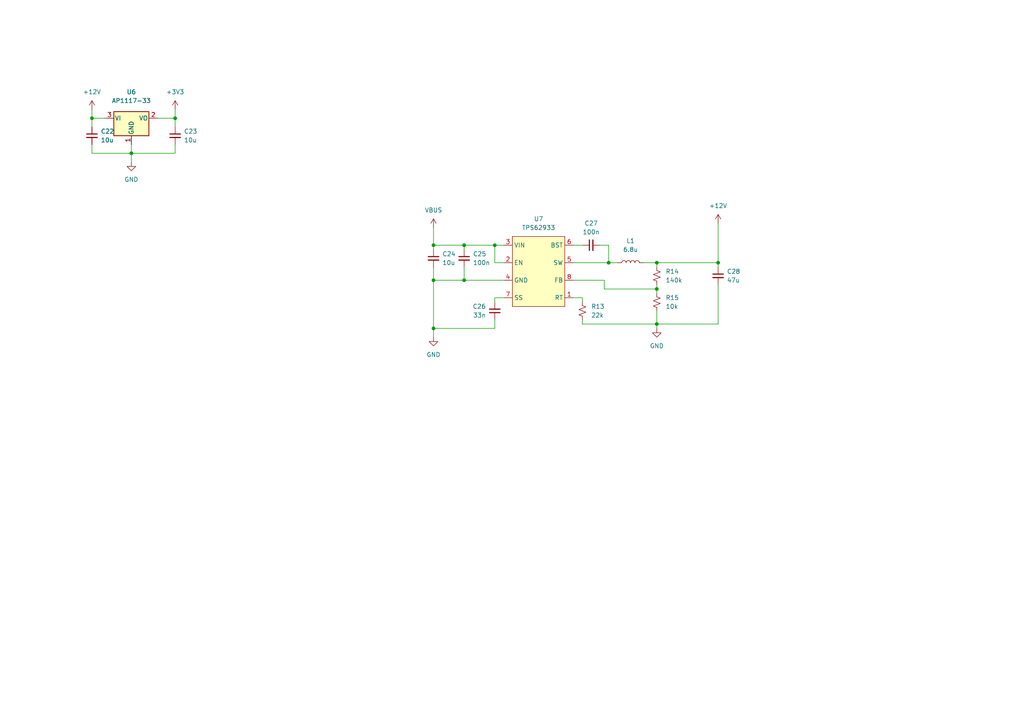
<source format=kicad_sch>
(kicad_sch (version 20211123) (generator eeschema)
  (paper "A4")
  (lib_symbols
    (symbol "Device:C_Small" (pin_numbers hide) (pin_names (offset 0.254) hide)
      (property "Reference" "C" (at 0.254 1.778 0))
      (property "Value" "C_Small" (at 0.254 -2.032 0))
      (symbol "C_Small_0_1"
        (polyline (pts (xy -1.524 -0.508) (xy 1.524 -0.508)) (stroke (width 0.3302)))
        (polyline (pts (xy -1.524 0.508) (xy 1.524 0.508)) (stroke (width 0.3048)))
      )
      (symbol "C_Small_1_1"
        (pin passive line (at 0 2.54 270) (length 2.032) (name "~") (number "1"))
        (pin passive line (at 0 -2.54 90) (length 2.032) (name "~") (number "2"))
      )
    )
    (symbol "Device:L" (pin_numbers hide) (pin_names (offset 1.016) hide)
      (property "Reference" "L" (at -1.27 0 90))
      (property "Value" "L" (at 1.905 0 90))
      (symbol "L_0_1"
        (arc (start 0 -2.54) (mid 0.635 -1.905) (end 0 -1.27))
        (arc (start 0 -1.27) (mid 0.635 -0.635) (end 0 0))
        (arc (start 0 0) (mid 0.635 0.635) (end 0 1.27))
        (arc (start 0 1.27) (mid 0.635 1.905) (end 0 2.54))
      )
      (symbol "L_1_1"
        (pin passive line (at 0 3.81 270) (length 1.27) (name "1") (number "1"))
        (pin passive line (at 0 -3.81 90) (length 1.27) (name "2") (number "2"))
      )
    )
    (symbol "Device:R_Small_US" (pin_numbers hide) (pin_names (offset 0.254) hide)
      (property "Reference" "R" (at 0.762 0.508 0))
      (property "Value" "R_Small_US" (at 0.762 -1.016 0))
      (symbol "R_Small_US_1_1"
        (polyline (pts (xy 0 0) (xy 1.016 -0.381) (xy 0 -0.762) (xy -1.016 -1.143) (xy 0 -1.524)))
        (polyline (pts (xy 0 1.524) (xy 1.016 1.143) (xy 0 0.762) (xy -1.016 0.381) (xy 0 0)))
        (pin passive line (at 0 2.54 270) (length 1.016) (name "~") (number "1"))
        (pin passive line (at 0 -2.54 90) (length 1.016) (name "~") (number "2"))
      )
    )
    (symbol "Regulator_Linear:AP1117-33" (pin_names (offset 0.254))
      (property "Reference" "U" (at -3.81 3.175 0))
      (property "Value" "AP1117-33" (at 0 3.175 0))
      (symbol "AP1117-33_0_1"
        (rectangle (start -5.08 -5.08) (end 5.08 1.905) (stroke (width 0.254)) (fill (type background)))
      )
      (symbol "AP1117-33_1_1"
        (pin power_in line (at 0 -7.62 90) (length 2.54) (name "GND") (number "1"))
        (pin power_out line (at 7.62 0 180) (length 2.54) (name "VO") (number "2"))
        (pin power_in line (at -7.62 0 0) (length 2.54) (name "VI") (number "3"))
      )
    )
    (symbol "a22verter:TPS62933"
      (property "Reference" "U" (at 0 0 0))
      (property "Value" "TPS62933" (at 0 0 0))
      (symbol "TPS62933_0_1"
        (rectangle (start -7.62 10.16) (end 7.62 -10.16) (fill (type background)))
      )
      (symbol "TPS62933_1_1"
        (pin input line (at 10.16 -7.62 180) (length 2.54) (name "RT") (number "1"))
        (pin input line (at -10.16 2.54 0) (length 2.54) (name "EN") (number "2"))
        (pin power_in line (at -10.16 7.62 0) (length 2.54) (name "VIN") (number "3"))
        (pin power_in line (at -10.16 -2.54 0) (length 2.54) (name "GND") (number "4"))
        (pin output line (at 10.16 2.54 180) (length 2.54) (name "SW") (number "5"))
        (pin output line (at 10.16 7.62 180) (length 2.54) (name "BST") (number "6"))
        (pin input line (at -10.16 -7.62 0) (length 2.54) (name "SS") (number "7"))
        (pin input line (at 10.16 -2.54 180) (length 2.54) (name "FB") (number "8"))
      )
    )
    (symbol "power:+12V" (power) (pin_names (offset 0))
      (property "Value" "+12V" (at 0 3.556 0))
      (symbol "+12V_0_1"
        (polyline (pts (xy -0.762 1.27) (xy 0 2.54)))
        (polyline (pts (xy 0 0) (xy 0 2.54)))
        (polyline (pts (xy 0 2.54) (xy 0.762 1.27)))
      )
      (symbol "+12V_1_1"
        (pin power_in line (at 0 0 90) (length 0) hide (name "+12V") (number "1"))
      )
    )
    (symbol "power:+3V3" (power) (pin_names (offset 0))
      (property "Value" "+3V3" (at 0 3.556 0))
      (symbol "+3V3_0_1"
        (polyline (pts (xy -0.762 1.27) (xy 0 2.54)))
        (polyline (pts (xy 0 0) (xy 0 2.54)))
        (polyline (pts (xy 0 2.54) (xy 0.762 1.27)))
      )
      (symbol "+3V3_1_1"
        (pin power_in line (at 0 0 90) (length 0) hide (name "+3V3") (number "1"))
      )
    )
    (symbol "power:GND" (power) (pin_names (offset 0))
      (property "Value" "GND" (at 0 -3.81 0))
      (symbol "GND_0_1"
        (polyline (pts (xy 0 0) (xy 0 -1.27) (xy 1.27 -1.27) (xy 0 -2.54) (xy -1.27 -1.27) (xy 0 -1.27)))
      )
      (symbol "GND_1_1"
        (pin power_in line (at 0 0 270) (length 0) hide (name "GND") (number "1"))
      )
    )
    (symbol "power:VBUS" (power) (pin_names (offset 0))
      (property "Value" "VBUS" (at 0 3.81 0))
      (symbol "VBUS_0_1"
        (polyline (pts (xy -0.762 1.27) (xy 0 2.54)))
        (polyline (pts (xy 0 0) (xy 0 2.54)))
        (polyline (pts (xy 0 2.54) (xy 0.762 1.27)))
      )
      (symbol "VBUS_1_1"
        (pin power_in line (at 0 0 90) (length 0) hide (name "VBUS") (number "1"))
      )
    )
  )
  (junction (at 134.62 71.12))
  (junction (at 190.5 76.2))
  (junction (at 26.67 34.29))
  (junction (at 176.53 76.2))
  (junction (at 190.5 93.98))
  (junction (at 143.51 71.12))
  (junction (at 50.8 34.29))
  (junction (at 125.73 81.28))
  (junction (at 38.1 44.45))
  (junction (at 125.73 95.25))
  (junction (at 190.5 83.82))
  (junction (at 208.28 76.2))
  (junction (at 134.62 81.28))
  (junction (at 125.73 71.12))
  (wire (pts (xy 26.67 44.45) (xy 38.1 44.45)))
  (wire (pts (xy 125.73 66.04) (xy 125.73 71.12)))
  (wire (pts (xy 26.67 41.91) (xy 26.67 44.45)))
  (wire (pts (xy 125.73 95.25) (xy 125.73 97.79)))
  (wire (pts (xy 50.8 44.45) (xy 50.8 41.91)))
  (wire (pts (xy 143.51 86.36) (xy 143.51 87.63)))
  (wire (pts (xy 134.62 77.47) (xy 134.62 81.28)))
  (wire (pts (xy 50.8 34.29) (xy 50.8 36.83)))
  (wire (pts (xy 208.28 82.55) (xy 208.28 93.98)))
  (wire (pts (xy 38.1 44.45) (xy 50.8 44.45)))
  (wire (pts (xy 208.28 93.98) (xy 190.5 93.98)))
  (wire (pts (xy 190.5 90.17) (xy 190.5 93.98)))
  (wire (pts (xy 175.26 83.82) (xy 190.5 83.82)))
  (wire (pts (xy 166.37 86.36) (xy 168.91 86.36)))
  (wire (pts (xy 134.62 71.12) (xy 134.62 72.39)))
  (wire (pts (xy 190.5 93.98) (xy 190.5 95.25)))
  (wire (pts (xy 125.73 71.12) (xy 134.62 71.12)))
  (wire (pts (xy 190.5 82.55) (xy 190.5 83.82)))
  (wire (pts (xy 146.05 86.36) (xy 143.51 86.36)))
  (wire (pts (xy 125.73 71.12) (xy 125.73 72.39)))
  (wire (pts (xy 134.62 71.12) (xy 143.51 71.12)))
  (wire (pts (xy 134.62 81.28) (xy 125.73 81.28)))
  (wire (pts (xy 38.1 44.45) (xy 38.1 46.99)))
  (wire (pts (xy 143.51 95.25) (xy 143.51 92.71)))
  (wire (pts (xy 168.91 93.98) (xy 190.5 93.98)))
  (wire (pts (xy 186.69 76.2) (xy 190.5 76.2)))
  (wire (pts (xy 26.67 36.83) (xy 26.67 34.29)))
  (wire (pts (xy 143.51 71.12) (xy 146.05 71.12)))
  (wire (pts (xy 166.37 81.28) (xy 175.26 81.28)))
  (wire (pts (xy 175.26 81.28) (xy 175.26 83.82)))
  (wire (pts (xy 125.73 81.28) (xy 125.73 95.25)))
  (wire (pts (xy 38.1 41.91) (xy 38.1 44.45)))
  (wire (pts (xy 26.67 34.29) (xy 30.48 34.29)))
  (wire (pts (xy 190.5 76.2) (xy 190.5 77.47)))
  (wire (pts (xy 168.91 86.36) (xy 168.91 87.63)))
  (wire (pts (xy 166.37 76.2) (xy 176.53 76.2)))
  (wire (pts (xy 190.5 83.82) (xy 190.5 85.09)))
  (wire (pts (xy 208.28 76.2) (xy 190.5 76.2)))
  (wire (pts (xy 143.51 76.2) (xy 143.51 71.12)))
  (wire (pts (xy 26.67 31.75) (xy 26.67 34.29)))
  (wire (pts (xy 125.73 77.47) (xy 125.73 81.28)))
  (wire (pts (xy 166.37 71.12) (xy 168.91 71.12)))
  (wire (pts (xy 50.8 31.75) (xy 50.8 34.29)))
  (wire (pts (xy 173.99 71.12) (xy 176.53 71.12)))
  (wire (pts (xy 176.53 76.2) (xy 179.07 76.2)))
  (wire (pts (xy 146.05 76.2) (xy 143.51 76.2)))
  (wire (pts (xy 208.28 64.77) (xy 208.28 76.2)))
  (wire (pts (xy 125.73 95.25) (xy 143.51 95.25)))
  (wire (pts (xy 134.62 81.28) (xy 146.05 81.28)))
  (wire (pts (xy 168.91 92.71) (xy 168.91 93.98)))
  (wire (pts (xy 208.28 77.47) (xy 208.28 76.2)))
  (wire (pts (xy 45.72 34.29) (xy 50.8 34.29)))
  (wire (pts (xy 176.53 71.12) (xy 176.53 76.2)))
  (symbol (lib_id "Device:C_Small") (at 50.8 39.37 0) (unit 1)
    (property "Reference" "C23" (at 53.34 38.1062 0) (effects (justify left)))
    (property "Value" "10u" (at 53.34 40.6462 0) (effects (justify left)))
    (property "Footprint" "Capacitor_SMD:C_0603_1608Metric" (effects hide))
  )
  (symbol (lib_id "power:GND") (at 38.1 46.99 0) (unit 1)
    (property "Reference" "#PWR035" (effects hide))
    (property "Value" "GND" (at 38.1 52.07 0))
  )
  (symbol (lib_id "Device:R_Small_US") (at 190.5 80.01 0) (unit 1)
    (property "Reference" "R14" (at 193.04 78.7399 0) (effects (justify left)))
    (property "Value" "140k" (at 193.04 81.2799 0) (effects (justify left)))
    (property "Footprint" "Resistor_SMD:R_0402_1005Metric" (effects hide))
  )
  (symbol (lib_id "power:+12V") (at 208.28 64.77 0) (unit 1)
    (property "Reference" "#PWR040" (effects hide))
    (property "Value" "+12V" (at 208.28 59.69 0))
  )
  (symbol (lib_id "power:VBUS") (at 125.73 66.04 0) (unit 1)
    (property "Reference" "#PWR037" (effects hide))
    (property "Value" "VBUS" (at 125.73 60.96 0))
  )
  (symbol (lib_id "Device:C_Small") (at 134.62 74.93 0) (unit 1)
    (property "Reference" "C25" (at 137.16 73.6662 0) (effects (justify left)))
    (property "Value" "100n" (at 137.16 76.2062 0) (effects (justify left)))
    (property "Footprint" "Capacitor_SMD:C_0805_2012Metric" (effects hide))
  )
  (symbol (lib_id "power:+12V") (at 26.67 31.75 0) (unit 1)
    (property "Reference" "#PWR034" (effects hide))
    (property "Value" "+12V" (at 26.67 26.67 0))
  )
  (symbol (lib_id "Device:R_Small_US") (at 168.91 90.17 0) (unit 1)
    (property "Reference" "R13" (at 171.45 88.8999 0) (effects (justify left)))
    (property "Value" "22k" (at 171.45 91.4399 0) (effects (justify left)))
    (property "Footprint" "Resistor_SMD:R_0402_1005Metric" (effects hide))
  )
  (symbol (lib_id "Device:C_Small") (at 208.28 80.01 0) (unit 1)
    (property "Reference" "C28" (at 210.82 78.7462 0) (effects (justify left)))
    (property "Value" "47u" (at 210.82 81.2862 0) (effects (justify left)))
    (property "Footprint" "Capacitor_SMD:C_0805_2012Metric" (effects hide))
  )
  (symbol (lib_id "Device:C_Small") (at 171.45 71.12 90) (unit 1)
    (property "Reference" "C27" (at 171.4563 64.77 90))
    (property "Value" "100n" (at 171.4563 67.31 90))
    (property "Footprint" "Capacitor_SMD:C_0603_1608Metric" (effects hide))
  )
  (symbol (lib_id "Device:C_Small") (at 143.51 90.17 0) (mirror x) (unit 1)
    (property "Reference" "C26" (at 140.97 88.8935 0) (effects (justify right)))
    (property "Value" "33n" (at 140.97 91.4335 0) (effects (justify right)))
    (property "Footprint" "Capacitor_SMD:C_0603_1608Metric" (effects hide))
  )
  (symbol (lib_id "Device:L") (at 182.88 76.2 90) (unit 1)
    (property "Reference" "L1" (at 182.88 69.85 90))
    (property "Value" "6.8u" (at 182.88 72.39 90))
    (property "Footprint" "Inductor_SMD:L_Wuerth_MAPI-4030" (effects hide))
  )
  (symbol (lib_id "a22verter:TPS62933") (at 156.21 78.74 0) (unit 1)
    (property "Reference" "U7" (at 156.21 63.5 0))
    (property "Value" "TPS62933" (at 156.21 66.04 0))
    (property "Footprint" "a22verter:SOT-583" (effects hide))
    (property "Datasheet" "https://www.ti.com/lit/ds/symlink/tps62933.pdf" (effects hide))
  )
  (symbol (lib_id "Regulator_Linear:AP1117-33") (at 38.1 34.29 0) (unit 1)
    (property "Reference" "U6" (at 38.1 26.67 0))
    (property "Value" "AP1117-33" (at 38.1 29.21 0))
    (property "Footprint" "Package_TO_SOT_SMD:SOT-89-3" (effects hide))
    (property "Datasheet" "http://www.diodes.com/datasheets/AP1117.pdf" (effects hide))
  )
  (symbol (lib_id "Device:R_Small_US") (at 190.5 87.63 0) (unit 1)
    (property "Reference" "R15" (at 193.04 86.3599 0) (effects (justify left)))
    (property "Value" "10k" (at 193.04 88.8999 0) (effects (justify left)))
    (property "Footprint" "Resistor_SMD:R_0402_1005Metric" (effects hide))
  )
  (symbol (lib_id "Device:C_Small") (at 26.67 39.37 0) (unit 1)
    (property "Reference" "C22" (at 29.21 38.1062 0) (effects (justify left)))
    (property "Value" "10u" (at 29.21 40.6462 0) (effects (justify left)))
    (property "Footprint" "Capacitor_SMD:C_0603_1608Metric" (effects hide))
  )
  (symbol (lib_id "power:+3V3") (at 50.8 31.75 0) (unit 1)
    (property "Reference" "#PWR036" (effects hide))
    (property "Value" "+3V3" (at 50.8 26.67 0))
  )
  (symbol (lib_id "power:GND") (at 190.5 95.25 0) (unit 1)
    (property "Reference" "#PWR039" (effects hide))
    (property "Value" "GND" (at 190.5 100.33 0))
  )
  (symbol (lib_id "Device:C_Small") (at 125.73 74.93 0) (unit 1)
    (property "Reference" "C24" (at 128.27 73.6662 0) (effects (justify left)))
    (property "Value" "10u" (at 128.27 76.2062 0) (effects (justify left)))
    (property "Footprint" "Capacitor_SMD:C_1210_3225Metric" (effects hide))
  )
  (symbol (lib_id "power:GND") (at 125.73 97.79 0) (unit 1)
    (property "Reference" "#PWR038" (effects hide))
    (property "Value" "GND" (at 125.73 102.87 0))
  )
)
</source>
